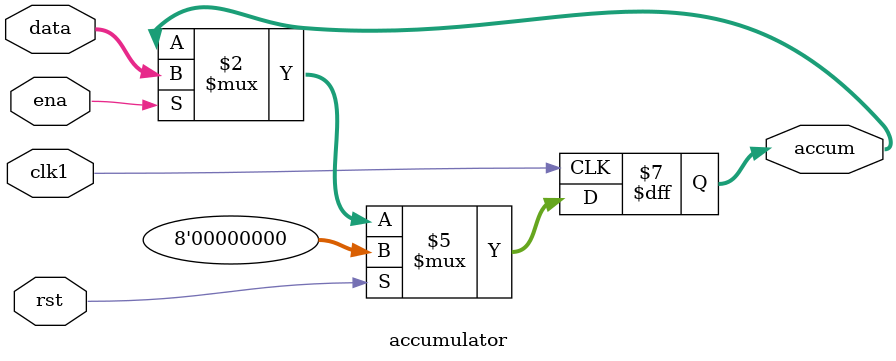
<source format=v>
module accumulator( accum, data, ena, clk1, rst); 
output[7:0]accum; 
input[7:0]data; 
input ena,clk1,rst; 
reg[7:0]accum;
always@(posedge clk1) 
	begin 
		if(rst) 
			accum<=8'b0000_0000; //Reset
		else 
			if(ena) //当CPU状态控制器发出load_acc信号 
				accum<=data; //Accumulate 
	end

endmodule
</source>
